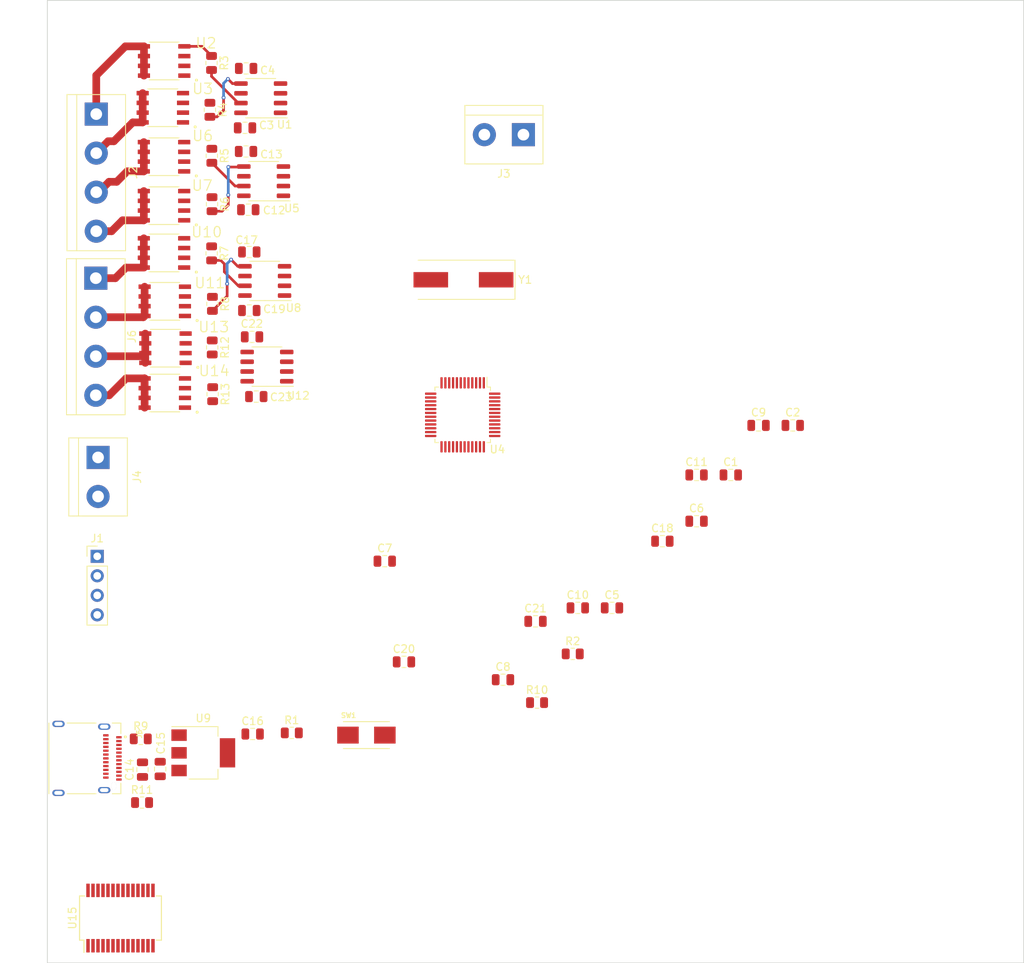
<source format=kicad_pcb>
(kicad_pcb (version 20211014) (generator pcbnew)
  (layers (0 "F.Cu" signal) (1 "In1.Cu" signal) (2 "In2.Cu" signal) (31 "B.Cu" signal) (34 "B.Paste" user) (35 "F.Paste" user) (36 "B.SilkS" user "B.Silkscreen") (37 "F.SilkS" user "F.Silkscreen") (38 "B.Mask" user) (39 "F.Mask" user) (44 "Edge.Cuts" user))
  (net 0 "")
  (net 1 "OSC_IN")
  (net 2 "GND")
  (net 3 "OSC_OUT")
  (net 4 "+12V")
  (net 5 "+3V3")
  (net 6 "+5V")
  (net 7 "SWDIO")
  (net 8 "SWDCLK")
  (net 9 "OUT1")
  (net 10 "OUT2")
  (net 11 "OUT3")
  (net 12 "OUT4")
  (net 15 "Net-(J5-PadB5)")
  (net 16 "USBDP")
  (net 17 "USBDN")
  (net 23 "Net-(J5-PadA5)")
  (net 27 "OUT5")
  (net 28 "OUT6")
  (net 29 "OUT7")
  (net 30 "OUT8")
  (net 31 "NRST")
  (net 32 "Net-(R2-Pad2)")
  (net 33 "Net-(R3-Pad1)")
  (net 34 "GATE1")
  (net 35 "Net-(R4-Pad1)")
  (net 36 "GATE2")
  (net 37 "Net-(R5-Pad1)")
  (net 38 "GATE3")
  (net 39 "Net-(R6-Pad1)")
  (net 40 "GATE4")
  (net 41 "Net-(R7-Pad1)")
  (net 42 "GATE5")
  (net 43 "Net-(R8-Pad1)")
  (net 44 "GATE6")
  (net 45 "Net-(R10-Pad2)")
  (net 46 "Net-(R12-Pad1)")
  (net 47 "GATE7")
  (net 48 "Net-(R13-Pad1)")
  (net 49 "GATE8")
  (net 51 "PWM1")
  (net 52 "PWM2")
  (net 59 "PWM3")
  (net 60 "PWM4")
  (net 63 "PWM5")
  (net 64 "PWM6")
  (net 65 "PWM7")
  (net 66 "PWM8")
  (net 76 "UART_RX")
  (net 101 "USDP")
  (net 102 "USDM")
  (footprint "Capacitor_SMD:C_0805_2012Metric" (layer "F.Cu") (at 27.37889 101.772021 90)
    (fp_text reference "C15")
    (fp_text value "100nF")
  )
  (footprint "Capacitor_SMD:C_0805_2012Metric" (layer "F.Cu") (at 109.66 57.05)
    (fp_text reference "C2")
    (fp_text value "20pF")
  )
  (footprint "TerminalBlock:TerminalBlock_bornier-2_P5.08mm" (layer "F.Cu") (at 74.627349 19.214586 180)
    (fp_text reference "J3")
    (fp_text value "Screw_Terminal_01x02")
  )
  (footprint "Capacitor_SMD:C_0805_2012Metric" (layer "F.Cu") (at 38.967806 42.100572)
    (fp_text reference "C19")
    (fp_text value "1uF")
  )
  (footprint "Capacitor_SMD:C_0805_2012Metric" (layer "F.Cu") (at 97.15 69.52)
    (fp_text reference "C6")
    (fp_text value "100nF")
  )
  (footprint "Capacitor_SMD:C_0805_2012Metric" (layer "F.Cu") (at 105.21 57.05)
    (fp_text reference "C9")
    (fp_text value "4.7uF")
  )
  (footprint "Capacitor_SMD:C_0805_2012Metric" (layer "F.Cu") (at 38.836577 28.981289)
    (fp_text reference "C12")
    (fp_text value "100nF")
  )
  (footprint "Package_SO:SO-8_3.9x4.9mm_P1.27mm" (layer "F.Cu") (at 40.981157 38.247303 180)
    (fp_text reference "U8")
    (fp_text value "COS4426SR")
  )
  (footprint "Package_SO:SO-8_3.9x4.9mm_P1.27mm" (layer "F.Cu") (at 40.83597 25.264832 180)
    (fp_text reference "U5")
    (fp_text value "COS4426SR")
  )
  (footprint "Capacitor_SMD:C_0805_2012Metric" (layer "F.Cu") (at 38.544486 21.399427)
    (fp_text reference "C13")
    (fp_text value "1uF")
  )
  (footprint "Capacitor_SMD:C_0805_2012Metric" (layer "F.Cu") (at 56.59 74.72)
    (fp_text reference "C7")
    (fp_text value "100nF")
  )
  (footprint "Capacitor_SMD:C_0805_2012Metric" (layer "F.Cu") (at 101.6 63.5)
    (fp_text reference "C1")
    (fp_text value "20pF")
  )
  (footprint "Resistor_SMD:R_0805_2012Metric" (layer "F.Cu") (at 33.846903 15.977793 -90)
    (fp_text reference "R4")
    (fp_text value "27R")
  )
  (footprint "Resistor_SMD:R_0805_2012Metric" (layer "F.Cu") (at 25.019512 106.136157)
    (fp_text reference "R11")
    (fp_text value "5K1")
  )
  (footprint "Capacitor_SMD:C_0805_2012Metric" (layer "F.Cu") (at 76.2 82.55)
    (fp_text reference "C21")
    (fp_text value "100nF")
  )
  (footprint "Capacitor_SMD:C_0805_2012Metric" (layer "F.Cu") (at 59.089816 87.827781)
    (fp_text reference "C20")
    (fp_text value "100nF")
  )
  (footprint "Resistor_SMD:R_0805_2012Metric" (layer "F.Cu") (at 34.20314 52.989663 -90)
    (fp_text reference "R13")
    (fp_text value "27R")
  )
  (footprint "IRF7458TRPBF:SOIC127P490X600X175-8N" (layer "F.Cu") (at 27.874109 22.085331 180)
    (fp_text reference "U6")
    (fp_text value "IRF7458TRPBF")
  )
  (footprint "Capacitor_SMD:C_0805_2012Metric" (layer "F.Cu") (at 38.415146 18.328269)
    (fp_text reference "C3")
    (fp_text value "100nF")
  )
  (footprint "Resistor_SMD:R_0805_2012Metric" (layer "F.Cu") (at 34.096985 21.962254 -90)
    (fp_text reference "R5")
    (fp_text value "27R")
  )
  (footprint "Resistor_SMD:R_0805_2012Metric" (layer "F.Cu") (at 34.121104 28.260789 -90)
    (fp_text reference "R6")
    (fp_text value "27R")
  )
  (footprint "TerminalBlock:TerminalBlock_bornier-2_P5.08mm" (layer "F.Cu") (at 19.299158 61.221037 -90)
    (fp_text reference "J4")
    (fp_text value "Screw_Terminal_01x02")
  )
  (footprint "TerminalBlock:TerminalBlock_bornier-4_P5.08mm" (layer "F.Cu") (at 19.007154 37.891089 -90)
    (fp_text reference "J6")
    (fp_text value "Screw_Terminal_01x04")
  )
  (footprint "12401832E402A:AMPHENOL_12401832E402A" (layer "F.Cu") (at 21.350837 100.387644 -90)
    (fp_text reference "J5")
    (fp_text value "12401832E402A")
    (fp_line (start 3.45 -0.325) (end 3.75 -0.325) (layer "Edge.Cuts") (width 0.01))
    (fp_line (start 3.75 0.325) (end 3.45 0.325) (layer "Edge.Cuts") (width 0.01))
    (fp_arc (start 3.45 0.325) (mid 3.125 0) (end 3.45 -0.325) (layer "Edge.Cuts") (width 0.01))
    (fp_arc (start 3.75 -0.325) (mid 4.075 0) (end 3.75 0.325) (layer "Edge.Cuts") (width 0.01))
  )
  (footprint "Resistor_SMD:R_0805_2012Metric" (layer "F.Cu") (at 44.496561 97.071058)
    (fp_text reference "R1")
    (fp_text value "10K")
  )
  (footprint "IRF7458TRPBF:SOIC127P490X600X175-8N" (layer "F.Cu") (at 28.063197 47.00581 180)
    (fp_text reference "U13")
    (fp_text value "IRF7458TRPBF")
  )
  (footprint "Capacitor_SMD:C_0805_2012Metric" (layer "F.Cu") (at 81.7 80.8)
    (fp_text reference "C10")
    (fp_text value "10nF")
  )
  (footprint "Capacitor_SMD:C_0805_2012Metric" (layer "F.Cu") (at 39.327628 45.529466 180)
    (fp_text reference "C22")
    (fp_text value "100nF")
  )
  (footprint "Resistor_SMD:R_0805_2012Metric" (layer "F.Cu") (at 34.05756 9.882541 -90)
    (fp_text reference "R3")
    (fp_text value "27R")
  )
  (footprint "Capacitor_SMD:C_0805_2012Metric" (layer "F.Cu") (at 38.967806 34.480808 180)
    (fp_text reference "C17")
    (fp_text value "100nF")
  )
  (footprint "Capacitor_SMD:C_0805_2012Metric" (layer "F.Cu") (at 97.15 63.5)
    (fp_text reference "C11")
    (fp_text value "1uF")
  )
  (footprint "IRF7458TRPBF:SOIC127P490X600X175-8N" (layer "F.Cu") (at 27.874109 34.605826 180)
    (fp_text reference "U10")
    (fp_text value "IRF7458TRPBF")
  )
  (footprint "Resistor_SMD:R_0805_2012Metric" (layer "F.Cu") (at 34.172213 41.233544 -90)
    (fp_text reference "R8")
    (fp_text value "27R")
  )
  (footprint "TerminalBlock:TerminalBlock_bornier-4_P5.08mm" (layer "F.Cu") (at 19.064363 16.538429 -90)
    (fp_text reference "J2")
    (fp_text value "Screw_Terminal_01x04")
  )
  (footprint "Capacitor_SMD:C_0805_2012Metric" (layer "F.Cu") (at 39.878141 53.299282)
    (fp_text reference "C23")
    (fp_text value "1uF")
  )
  (footprint "Capacitor_SMD:C_0805_2012Metric" (layer "F.Cu") (at 92.7 72.12)
    (fp_text reference "C18")
    (fp_text value "100nF")
  )
  (footprint "IRF7458TRPBF:SOIC127P490X600X175-8N" (layer "F.Cu") (at 27.724163 15.712624 180)
    (fp_text reference "U3")
    (fp_text value "IRF7458TRPBF")
  )
  (footprint "147873-1:SW_147873-1" (layer "F.Cu") (at 54.203296 97.357096)
    (fp_text reference "SW1")
    (fp_text value "SW_Push")
  )
  (footprint "IRF7458TRPBF:SOIC127P490X600X175-8N" (layer "F.Cu") (at 27.874109 28.458038 180)
    (fp_text reference "U7")
    (fp_text value "IRF7458TRPBF")
  )
  (footprint "Resistor_SMD:R_0805_2012Metric" (layer "F.Cu") (at 24.850407 97.849995)
    (fp_text reference "R9")
    (fp_text value "5K1")
  )
  (footprint "Resistor_SMD:R_0805_2012Metric" (layer "F.Cu") (at 76.4 93.13)
    (fp_text reference "R10")
    (fp_text value "10K")
  )
  (footprint "Capacitor_SMD:C_0805_2012Metric" (layer "F.Cu") (at 39.40592 97.216037)
    (fp_text reference "C16")
    (fp_text value "10uF")
  )
  (footprint "Capacitor_SMD:C_0805_2012Metric" (layer "F.Cu") (at 71.97 90.15)
    (fp_text reference "C8")
    (fp_text value "100nF")
  )
  (footprint "Capacitor_SMD:C_0805_2012Metric" (layer "F.Cu") (at 25.077 101.848751 90)
    (fp_text reference "C14")
    (fp_text value "4.7uF")
  )
  (footprint "Capacitor_SMD:C_0805_2012Metric" (layer "F.Cu") (at 86.15 80.8)
    (fp_text reference "C5")
    (fp_text value "100nF")
  )
  (footprint "Package_TO_SOT_SMD:SOT-223-3_TabPin2" (layer "F.Cu") (at 32.984239 99.663845)
    (fp_text reference "U9")
    (fp_text value "LM1117-3.3")
  )
  (footprint "Package_SO:SO-8_3.9x4.9mm_P1.27mm" (layer "F.Cu") (at 40.460057 14.467263 180)
    (fp_text reference "U1")
    (fp_text value "COS4426SR")
  )
  (footprint "Resistor_SMD:R_0805_2012Metric" (layer "F.Cu") (at 81.04 86.79)
    (fp_text reference "R2")
    (fp_text value "10K")
  )
  (footprint "IRF7458TRPBF:SOIC127P490X600X175-8N" (layer "F.Cu") (at 27.893939 9.625684 180)
    (fp_text reference "U2")
    (fp_text value "IRF7458TRPBF")
  )
  (footprint "Package_SO:SSOP-28_5.3x10.2mm_P0.65mm" (layer "F.Cu") (at 22.214716 121.167317 90)
    (fp_text reference "U15")
    (fp_text value "FT232RL")
  )
  (footprint "Resistor_SMD:R_0805_2012Metric" (layer "F.Cu") (at 34.069559 34.662335 -90)
    (fp_text reference "R7")
    (fp_text value "27R")
  )
  (footprint "Connector_PinHeader_2.54mm:PinHeader_1x04_P2.54mm_Vertical" (layer "F.Cu") (at 19.189867 74.087993)
    (fp_text reference "J1")
    (fp_text value "Conn_01x04_Male")
  )
  (footprint "Package_SO:SO-8_3.9x4.9mm_P1.27mm" (layer "F.Cu") (at 41.26537 49.403146 180)
    (fp_text reference "U12")
    (fp_text value "COS4426SR")
  )
  (footprint "Resistor_SMD:R_0805_2012Metric" (layer "F.Cu") (at 34.146247 46.908872 -90)
    (fp_text reference "R12")
    (fp_text value "27R")
  )
  (footprint "Package_QFP:LQFP-48_7x7mm_P0.5mm" (layer "F.Cu") (at 66.725285 55.673977 -90)
    (fp_text reference "U4")
    (fp_text value "STM32F103CBTx")
  )
  (footprint "Capacitor_SMD:C_0805_2012Metric" (layer "F.Cu") (at 38.557382 10.591668)
    (fp_text reference "C4")
    (fp_text value "1uF")
  )
  (footprint "IRF7458TRPBF:SOIC127P490X600X175-8N" (layer "F.Cu") (at 27.980464 52.838606 180)
    (fp_text reference "U14")
    (fp_text value "IRF7458TRPBF")
  )
  (footprint "Crystal:Crystal_SMD_HC49-SD" (layer "F.Cu") (at 66.828906 38.1 180)
    (fp_text reference "Y1")
    (fp_text value "8MHz")
  )
  (footprint "IRF7458TRPBF:SOIC127P490X600X175-8N" (layer "F.Cu") (at 27.977288 40.906228 180)
    (fp_text reference "U11")
    (fp_text value "IRF7458TRPBF")
  )
  (gr_rect (start 12.7 1.738514) (end 139.7 127) (layer "Edge.Cuts") (width 0.1) (fill none))
  (segment (start 25.268939 8.990684) (end 25.268939 7.720684) (width 1) (layer "F.Cu") (net 9))
  (segment (start 25.268939 10.260684) (end 25.268939 8.990684) (width 1) (layer "F.Cu") (net 9))
  (segment (start 19.064363 11.505162) (end 22.848841 7.720684) (width 1) (layer "F.Cu") (net 9))
  (segment (start 25.268939 11.530684) (end 25.268939 10.260684) (width 1) (layer "F.Cu") (net 9))
  (segment (start 22.848841 7.720684) (end 25.268939 7.720684) (width 1) (layer "F.Cu") (net 9))
  (segment (start 19.064363 16.538429) (end 19.064363 11.505162) (width 1) (layer "F.Cu") (net 9))
  (segment (start 23.809617 17.617624) (end 25.099163 17.617624) (width 1) (layer "F.Cu") (net 10))
  (segment (start 25.099163 15.077624) (end 25.099163 16.347624) (width 1) (layer "F.Cu") (net 10))
  (segment (start 20.611114 20.071678) (end 21.355563 20.071678) (width 1) (layer "F.Cu") (net 10))
  (segment (start 19.064363 21.618429) (end 20.611114 20.071678) (width 1) (layer "F.Cu") (net 10))
  (segment (start 25.099163 16.347624) (end 25.099163 17.617624) (width 1) (layer "F.Cu") (net 10))
  (segment (start 25.099163 13.807624) (end 25.099163 15.077624) (width 1) (layer "F.Cu") (net 10))
  (segment (start 21.355563 20.071678) (end 23.809617 17.617624) (width 1) (layer "F.Cu") (net 10))
  (segment (start 19.064363 26.698429) (end 19.379209 26.698429) (width 1) (layer "F.Cu") (net 11))
  (segment (start 25.249109 23.990331) (end 25.249109 22.720331) (width 1) (layer "F.Cu") (net 11))
  (segment (start 21.721958 25.349174) (end 23.080801 23.990331) (width 1) (layer "F.Cu") (net 11))
  (segment (start 20.728464 25.349174) (end 21.721958 25.349174) (width 1) (layer "F.Cu") (net 11))
  (segment (start 23.080801 23.990331) (end 25.249109 23.990331) (width 1) (layer "F.Cu") (net 11))
  (segment (start 25.249109 22.720331) (end 25.249109 21.450331) (width 1) (layer "F.Cu") (net 11))
  (segment (start 19.379209 26.698429) (end 20.728464 25.349174) (width 1) (layer "F.Cu") (net 11))
  (segment (start 25.249109 21.450331) (end 25.249109 20.180331) (width 1) (layer "F.Cu") (net 11))
  (segment (start 19.064363 31.778429) (end 21.06098 31.778429) (width 1) (layer "F.Cu") (net 12))
  (segment (start 25.249109 26.553038) (end 25.249109 27.823038) (width 1) (layer "F.Cu") (net 12))
  (segment (start 25.249109 27.823038) (end 25.249109 29.093038) (width 1) (layer "F.Cu") (net 12))
  (segment (start 25.249109 30.363038) (end 25.249109 29.093038) (width 1) (layer "F.Cu") (net 12))
  (segment (start 21.06098 31.778429) (end 22.476371 30.363038) (width 1) (layer "F.Cu") (net 12))
  (segment (start 22.476371 30.363038) (end 25.249109 30.363038) (width 1) (layer "F.Cu") (net 12))
  (segment (start 21.549492 37.891089) (end 22.929755 36.510826) (width 1) (layer "F.Cu") (net 27))
  (segment (start 19.007154 37.891089) (end 21.549492 37.891089) (width 1) (layer "F.Cu") (net 27))
  (segment (start 25.249109 33.970826) (end 25.249109 35.240826) (width 1) (layer "F.Cu") (net 27))
  (segment (start 22.929755 36.510826) (end 25.249109 36.510826) (width 1) (layer "F.Cu") (net 27))
  (segment (start 25.249109 36.510826) (end 25.249109 35.240826) (width 1) (layer "F.Cu") (net 27))
  (segment (start 25.249109 32.700826) (end 25.249109 33.970826) (width 1) (layer "F.Cu") (net 27))
  (segment (start 19.007154 42.971089) (end 25.192427 42.971089) (width 1) (layer "F.Cu") (net 28))
  (segment (start 25.192427 42.971089) (end 25.352288 42.811228) (width 1) (layer "F.Cu") (net 28))
  (segment (start 25.352288 39.001228) (end 25.352288 40.271228) (width 1) (layer "F.Cu") (net 28))
  (segment (start 25.352288 40.271228) (end 25.352288 41.541228) (width 1) (layer "F.Cu") (net 28))
  (segment (start 25.352288 42.811228) (end 25.352288 41.541228) (width 1) (layer "F.Cu") (net 28))
  (segment (start 25.438197 46.37081) (end 25.438197 47.64081) (width 1) (layer "F.Cu") (net 29))
  (segment (start 19.007154 48.051089) (end 25.027918 48.051089) (width 1) (layer "F.Cu") (net 29))
  (segment (start 25.438197 45.10081) (end 25.438197 46.37081) (width 1) (layer "F.Cu") (net 29))
  (segment (start 25.027918 48.051089) (end 25.438197 47.64081) (width 1) (layer "F.Cu") (net 29))
  (segment (start 25.438197 48.91081) (end 25.438197 47.64081) (width 1) (layer "F.Cu") (net 29))
  (segment (start 22.943291 50.933606) (end 25.355464 50.933606) (width 1) (layer "F.Cu") (net 30))
  (segment (start 20.745808 53.131089) (end 22.943291 50.933606) (width 1) (layer "F.Cu") (net 30))
  (segment (start 25.355464 50.933606) (end 25.355464 53.473606) (width 1) (layer "F.Cu") (net 30))
  (segment (start 19.007154 53.131089) (end 20.745808 53.131089) (width 1) (layer "F.Cu") (net 30))
  (segment (start 25.355464 50.933606) (end 25.355464 52.203606) (width 1) (layer "F.Cu") (net 30))
  (segment (start 25.355464 54.743606) (end 25.355464 53.473606) (width 1) (layer "F.Cu") (net 30))
  (segment (start 30.518939 7.720684) (end 32.808203 7.720684) (width 0.35) (layer "F.Cu") (net 33))
  (segment (start 32.808203 7.720684) (end 34.05756 8.970041) (width 0.35) (layer "F.Cu") (net 33))
  (segment (start 37.537595 15.102263) (end 37.885057 15.102263) (width 0.35) (layer "F.Cu") (net 34))
  (segment (start 34.05756 11.622228) (end 37.537595 15.102263) (width 0.35) (layer "F.Cu") (net 34))
  (segment (start 34.05756 10.795041) (end 34.05756 11.622228) (width 0.35) (layer "F.Cu") (net 34))
  (segment (start 35.625331 16.032659) (end 34.767697 16.890293) (width 0.35) (layer "F.Cu") (net 36))
  (segment (start 36.188634 11.969433) (end 36.781464 12.562263) (width 0.35) (layer "F.Cu") (net 36))
  (segment (start 36.781464 12.562263) (end 37.885057 12.562263) (width 0.35) (layer "F.Cu") (net 36))
  (segment (start 35.625331 14.393132) (end 35.625331 16.032659) (width 0.35) (layer "F.Cu") (net 36))
  (segment (start 34.767697 16.890293) (end 33.846903 16.890293) (width 0.35) (layer "F.Cu") (net 36))
  (via (at 35.625331 14.393132) (size 0.5) (drill 0.25) (layers "F.Cu" "B.Cu") (net 36))
  (via (at 36.188634 11.969433) (size 0.5) (drill 0.25) (layers "F.Cu" "B.Cu") (net 36))
  (segment (start 36.188634 11.969433) (end 35.625331 12.532736) (width 0.35) (layer "B.Cu") (net 36))
  (segment (start 35.625331 12.532736) (end 35.625331 14.393132) (width 0.35) (layer "B.Cu") (net 36))
  (segment (start 34.096985 22.874754) (end 37.122063 25.899832) (width 0.35) (layer "F.Cu") (net 38))
  (segment (start 37.122063 25.899832) (end 38.26097 25.899832) (width 0.35) (layer "F.Cu") (net 38))
  (segment (start 35.425973 29.173289) (end 36.234921 28.364341) (width 0.35) (layer "F.Cu") (net 40))
  (segment (start 34.121104 29.173289) (end 35.425973 29.173289) (width 0.35) (layer "F.Cu") (net 40))
  (segment (start 38.191883 23.428919) (end 38.26097 23.359832) (width 0.35) (layer "F.Cu") (net 40))
  (segment (start 36.234921 28.364341) (end 36.234921 27.054703) (width 0.35) (layer "F.Cu") (net 40))
  (segment (start 36.2496 23.428919) (end 38.191883 23.428919) (width 0.35) (layer "F.Cu") (net 40))
  (via (at 36.234921 27.054703) (size 0.5) (drill 0.25) (layers "F.Cu" "B.Cu") (net 40))
  (via (at 36.2496 23.428919) (size 0.5) (drill 0.25) (layers "F.Cu" "B.Cu") (net 40))
  (segment (start 36.234921 27.054703) (end 36.234921 23.443598) (width 0.35) (layer "B.Cu") (net 40))
  (segment (start 36.234921 23.443598) (end 36.2496 23.428919) (width 0.35) (layer "B.Cu") (net 40))
  (segment (start 35.721955 36.036351) (end 35.721955 37.063901) (width 0.35) (layer "F.Cu") (net 42))
  (segment (start 34.069559 35.574835) (end 35.260439 35.574835) (width 0.35) (layer "F.Cu") (net 42))
  (segment (start 37.540357 38.882303) (end 38.406157 38.882303) (width 0.35) (layer "F.Cu") (net 42))
  (segment (start 35.721955 37.063901) (end 37.540357 38.882303) (width 0.35) (layer "F.Cu") (net 42))
  (segment (start 35.260439 35.574835) (end 35.721955 36.036351) (width 0.35) (layer "F.Cu") (net 42))
  (segment (start 34.172213 42.146044) (end 36.088937 40.22932) (width 0.35) (layer "F.Cu") (net 44))
  (segment (start 36.088937 40.22932) (end 36.088937 38.619905) (width 0.35) (layer "F.Cu") (net 44))
  (segment (start 37.466477 36.342303) (end 38.406157 36.342303) (width 0.35) (layer "F.Cu") (net 44))
  (segment (start 36.602712 35.478538) (end 37.466477 36.342303) (width 0.35) (layer "F.Cu") (net 44))
  (via (at 36.088937 38.619905) (size 0.5) (drill 0.25) (layers "F.Cu" "B.Cu") (net 44))
  (via (at 36.602712 35.478538) (size 0.5) (drill 0.25) (layers "F.Cu" "B.Cu") (net 44))
  (segment (start 36.088937 35.992313) (end 36.602712 35.478538) (width 0.35) (layer "B.Cu") (net 44))
  (segment (start 36.088937 38.619905) (end 36.088937 35.992313) (width 0.35) (layer "B.Cu") (net 44))
)
</source>
